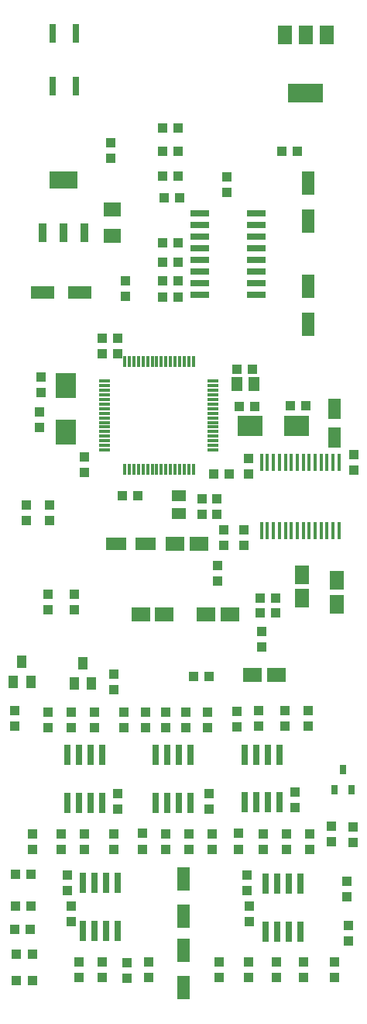
<source format=gtp>
G04 DipTrace 3.2.0.1*
G04 microburst_fixed_heatsink.GTP*
%MOIN*%
G04 #@! TF.FileFunction,Paste,Top*
G04 #@! TF.Part,Single*
%AMOUTLINE0*
4,1,4,
0.03937,0.029528,
-0.03937,0.029528,
-0.03937,-0.029528,
0.03937,-0.029528,
0.03937,0.029528,
0*%
%AMOUTLINE1*
4,1,4,
-0.043307,-0.027559,
0.043307,-0.027559,
0.043307,0.027559,
-0.043307,0.027559,
-0.043307,-0.027559,
0*%
%AMOUTLINE2*
4,1,4,
0.027559,-0.043307,
0.027559,0.043307,
-0.027559,0.043307,
-0.027559,-0.043307,
0.027559,-0.043307,
0*%
%AMOUTLINE3*
4,1,4,
-0.029528,0.03937,
-0.029528,-0.03937,
0.029528,-0.03937,
0.029528,0.03937,
-0.029528,0.03937,
0*%
%AMOUTLINE4*
4,1,4,
-0.03937,-0.029528,
0.03937,-0.029528,
0.03937,0.029528,
-0.03937,0.029528,
-0.03937,-0.029528,
0*%
%AMOUTLINE5*
4,1,4,
0.04,-0.013,
0.04,0.013,
-0.04,0.013,
-0.04,-0.013,
0.04,-0.013,
0*%
%AMOUTLINE6*
4,1,4,
-0.011811,-0.043307,
0.011811,-0.043307,
0.011811,0.043307,
-0.011811,0.043307,
-0.011811,-0.043307,
0*%
%AMOUTLINE7*
4,1,4,
0.023622,-0.005906,
0.023622,0.005906,
-0.023622,0.005906,
-0.023622,-0.005906,
0.023622,-0.005906,
0*%
%AMOUTLINE8*
4,1,4,
0.005906,0.023622,
-0.005906,0.023622,
-0.005906,-0.023622,
0.005906,-0.023622,
0.005906,0.023622,
0*%
%AMOUTLINE9*
4,1,4,
-0.023622,0.005906,
-0.023622,-0.005906,
0.023622,-0.005906,
0.023622,0.005906,
-0.023622,0.005906,
0*%
%AMOUTLINE10*
4,1,4,
-0.005906,-0.023622,
0.005906,-0.023622,
0.005906,0.023622,
-0.005906,0.023622,
-0.005906,-0.023622,
0*%
%AMOUTLINE11*
4,1,4,
0.01378,0.019685,
-0.01378,0.019685,
-0.01378,-0.019685,
0.01378,-0.019685,
0.01378,0.019685,
0*%
%AMOUTLINE12*
4,1,4,
-0.0295,-0.0395,
0.0295,-0.0395,
0.0295,0.0395,
-0.0295,0.0395,
-0.0295,-0.0395,
0*%
%AMOUTLINE13*
4,1,4,
-0.075,-0.0395,
0.075,-0.0395,
0.075,0.0395,
-0.075,0.0395,
-0.075,-0.0395,
0*%
%AMOUTLINE14*
4,1,4,
-0.0075,0.0375,
-0.0075,-0.0375,
0.0075,-0.0375,
0.0075,0.0375,
-0.0075,0.0375,
0*%
%AMOUTLINE17*
4,1,4,
0.019685,0.027559,
-0.019685,0.027559,
-0.019685,-0.027559,
0.019685,-0.027559,
0.019685,0.027559,
0*%
%AMOUTLINE18*
4,1,4,
0.035492,-0.031496,
0.035492,0.031496,
-0.035492,0.031496,
-0.035492,-0.031496,
0.035492,-0.031496,
0*%
%ADD25R,0.03937X0.043307*%
%ADD26R,0.043307X0.03937*%
%ADD27R,0.051181X0.059055*%
%ADD28R,0.059055X0.051181*%
%ADD34R,0.037402X0.084646*%
%ADD74R,0.11011X0.086488*%
%ADD76R,0.086488X0.11011*%
%ADD84R,0.119953X0.076646*%
%ADD88R,0.03137X0.078614*%
%ADD98R,0.102236X0.056961*%
%ADD100R,0.056961X0.102236*%
%ADD106OUTLINE0*%
%ADD107OUTLINE1*%
%ADD108OUTLINE2*%
%ADD109OUTLINE3*%
%ADD110OUTLINE4*%
%ADD111OUTLINE5*%
%ADD112OUTLINE6*%
%ADD113OUTLINE7*%
%ADD114OUTLINE8*%
%ADD115OUTLINE9*%
%ADD116OUTLINE10*%
%ADD117OUTLINE11*%
%ADD118OUTLINE12*%
%ADD119OUTLINE13*%
%ADD120OUTLINE14*%
%ADD123OUTLINE17*%
%ADD124OUTLINE18*%
%FSLAX26Y26*%
G04*
G70*
G90*
G75*
G01*
G04 TopPaste*
%LPD*%
D100*
X1167360Y499979D3*
Y661396D3*
D98*
X723609Y3487479D3*
X562192D3*
D25*
X854860Y4131228D3*
Y4064299D3*
D100*
X1704860Y3956228D3*
Y3794811D3*
D25*
X1354860Y3918728D3*
Y3985657D3*
X548609Y2974979D3*
Y2908050D3*
X554860Y3056230D3*
Y3123159D3*
X886109Y3224979D3*
Y3291908D3*
X642360Y1160657D3*
Y1093728D3*
X786109Y1618728D3*
Y1685657D3*
X1092360Y1093728D3*
Y1160657D3*
X1648609Y1274979D3*
Y1341908D3*
D100*
X1167360Y806228D3*
Y967646D3*
D26*
X1592360Y4093728D3*
X1659289D3*
D25*
X742360Y2781228D3*
Y2714299D3*
X1804860Y1193724D3*
Y1126795D3*
D26*
X971789Y2612479D3*
X904860D3*
X1398609Y3156228D3*
X1465538D3*
D27*
X1398806Y3093728D3*
X1473609D3*
D25*
X1492358Y1624979D3*
Y1691908D3*
X1511109Y1093728D3*
Y1160657D3*
X1092360Y1618728D3*
Y1685657D3*
X1279860Y1268728D3*
Y1335657D3*
D28*
X1148609Y2612478D3*
Y2537675D3*
D26*
X1298609Y2706228D3*
X1365538D3*
D25*
X1315144Y2314693D3*
Y2247764D3*
D100*
X1704860Y3512479D3*
Y3351062D3*
D106*
X1236110Y2406228D3*
X1133748D3*
D25*
X1448609Y2706228D3*
Y2773157D3*
X1429860Y2468728D3*
Y2401799D3*
D107*
X879860Y2406228D3*
X1005844D3*
D25*
X886109Y1268728D3*
Y1335657D3*
D106*
X1086945Y2104478D3*
X984583D3*
D25*
X1900824Y2789693D3*
Y2722764D3*
D108*
X1817360Y2862479D3*
Y2988463D3*
D109*
X1679856Y2275024D3*
Y2172661D3*
D110*
X1265803Y2104478D3*
X1368165D3*
D25*
X683895Y785264D3*
Y852193D3*
X1450824Y785264D3*
Y852193D3*
D26*
X517360Y643728D3*
X450430D3*
D106*
X1567411Y1843730D3*
X1465049D3*
D25*
X925824Y541513D3*
Y608442D3*
X1567360Y543728D3*
Y610657D3*
D26*
X1498215Y2174063D3*
X1565144D3*
D25*
X1442360Y918728D3*
Y985657D3*
X667360Y918728D3*
Y985657D3*
D26*
X1475824Y2997764D3*
X1408895D3*
X1629858Y2999979D3*
X1696787D3*
D109*
X1828673Y2251160D3*
Y2148798D3*
D25*
X1342360Y2468728D3*
Y2401799D3*
D88*
X704860Y4599782D3*
X604860D3*
Y4374979D3*
X704860D3*
D111*
X1240109Y3828978D3*
Y3778978D3*
Y3728978D3*
Y3678978D3*
Y3628978D3*
Y3578978D3*
Y3528978D3*
Y3478978D3*
X1482109D3*
Y3528978D3*
Y3578978D3*
Y3628978D3*
Y3678978D3*
Y3728978D3*
Y3778978D3*
Y3828978D3*
D34*
X560814Y3743648D3*
X651365D3*
X741916D3*
D84*
X651365Y3971995D3*
D112*
X817360Y1499978D3*
X767360D3*
X717360D3*
X667360D3*
Y1295253D3*
X717360D3*
X767360D3*
X817360D3*
X1583747Y1502341D3*
X1533747D3*
X1483747D3*
X1433747D3*
Y1297617D3*
X1483747D3*
X1533747D3*
X1583747D3*
D113*
X829860Y3106228D3*
Y3086543D3*
Y3066858D3*
Y3047173D3*
Y3027488D3*
Y3007803D3*
Y2988118D3*
Y2968433D3*
Y2948748D3*
Y2929063D3*
Y2909378D3*
Y2889693D3*
Y2870008D3*
Y2850323D3*
Y2830638D3*
Y2810953D3*
D114*
X915938Y2725874D3*
X935623D3*
X955308D3*
X974993D3*
X994678D3*
X1014364D3*
X1034049D3*
X1053734D3*
X1073419D3*
X1093104D3*
X1112789D3*
X1132474D3*
X1152159D3*
X1171844D3*
X1191529D3*
X1211214D3*
D115*
X1295293Y2810953D3*
Y2830638D3*
Y2850323D3*
Y2870008D3*
Y2889693D3*
Y2909378D3*
Y2929063D3*
Y2948748D3*
Y2968433D3*
Y2988118D3*
Y3007803D3*
Y3027488D3*
Y3047173D3*
Y3066858D3*
Y3086543D3*
Y3106228D3*
D116*
X1211214Y3192307D3*
X1191529D3*
X1171844D3*
X1152159D3*
X1132474D3*
X1112789D3*
X1093104D3*
X1073419D3*
X1053734D3*
X1034049D3*
X1014364D3*
X994678D3*
X974993D3*
X955308D3*
X935623D3*
X915938D3*
D117*
X1817360Y1349979D3*
X1892163D3*
X1854761Y1436593D3*
D118*
X1785685Y4593559D3*
X1695685D3*
X1605685D3*
D119*
X1696685Y4345559D3*
D120*
X1504860Y2462478D3*
X1530450D3*
X1556041D3*
X1581631D3*
X1607222D3*
X1632812D3*
X1658403D3*
X1683993D3*
X1709584D3*
X1735175D3*
X1760765D3*
X1786356D3*
X1811946D3*
X1837537D3*
Y2757927D3*
X1811946D3*
X1786356D3*
X1760765D3*
X1735175D3*
X1709584D3*
X1683993D3*
X1658403D3*
X1632812D3*
X1607222D3*
X1581631D3*
X1556041D3*
X1530450D3*
X1504860D3*
D112*
X1671247Y946091D3*
X1621247D3*
X1571247D3*
X1521247D3*
Y741366D3*
X1571247D3*
X1621247D3*
X1671247D3*
X886109Y949978D3*
X836109D3*
X786109D3*
X736109D3*
Y745253D3*
X786109D3*
X836109D3*
X886109D3*
X1198609Y1499978D3*
X1148609D3*
X1098609D3*
X1048609D3*
Y1295253D3*
X1098609D3*
X1148609D3*
X1198609D3*
D123*
X436110Y1812479D3*
X473512Y1899093D3*
X510913Y1812479D3*
X698610Y1806228D3*
X736012Y1892843D3*
X773413Y1806228D3*
D76*
X661109Y2887479D3*
Y3087106D3*
D74*
X1454860Y2912479D3*
X1654487D3*
D25*
X586109Y2124979D3*
Y2191908D3*
X698609Y2124979D3*
Y2191908D3*
D26*
X1079860Y3537479D3*
X1146789D3*
X1079860Y3468728D3*
X1146789D3*
X1079860Y3618728D3*
X1146789D3*
X1079860Y3699979D3*
X1146789D3*
X1086109Y3893728D3*
X1153038D3*
X1079860Y3987479D3*
X1146789D3*
X1079860Y4093728D3*
X1146789D3*
X1079860Y4193728D3*
X1146789D3*
D124*
X861109Y3843728D3*
Y3731760D3*
D25*
X442360Y1624979D3*
Y1691908D3*
X917360Y3537479D3*
Y3470550D3*
X492360Y2506228D3*
Y2573157D3*
X867360Y1848157D3*
Y1781228D3*
X592360Y2506228D3*
Y2573157D3*
X817360Y3291908D3*
Y3224979D3*
X686108Y1618728D3*
Y1685657D3*
X586106Y1618728D3*
Y1685657D3*
X1292360Y1093728D3*
Y1160657D3*
X1192360Y1093728D3*
Y1160657D3*
X911109Y1685657D3*
Y1618728D3*
X992360Y1162478D3*
Y1095549D3*
X742360Y1093728D3*
Y1160657D3*
X517360D3*
Y1093728D3*
X867360Y1160657D3*
Y1093728D3*
X1898609Y1124975D3*
Y1191904D3*
X1179860Y1685657D3*
Y1618728D3*
X1273610D3*
Y1685657D3*
X1004860Y1618728D3*
Y1685657D3*
X1398609Y1687478D3*
Y1620549D3*
X1404860Y1162478D3*
Y1095549D3*
X1704860Y1624979D3*
Y1691908D3*
X1711109Y1093728D3*
Y1160657D3*
X1604860Y1624979D3*
Y1691908D3*
X1611109Y1093728D3*
Y1160657D3*
X1248610Y2599979D3*
Y2533050D3*
X1311109Y2599979D3*
Y2533050D3*
X1873609Y956228D3*
Y889299D3*
X1879860Y768728D3*
Y701799D3*
X817360Y610657D3*
Y543728D3*
D26*
X442360Y749978D3*
X509289D3*
X1211109Y1837479D3*
X1278038D3*
X511110Y849979D3*
X444181D3*
D25*
X1017360Y543728D3*
Y610657D3*
X1686109Y543728D3*
Y610657D3*
X1817360D3*
Y543728D3*
X1504860Y2029408D3*
Y1962479D3*
D26*
X1565144Y2111570D3*
X1498215D3*
D25*
X1323609Y543728D3*
Y610657D3*
X1448609D3*
Y543728D3*
D26*
X511110Y987478D3*
X444181D3*
X517360Y531228D3*
X450430D3*
D25*
X717360Y543728D3*
Y610657D3*
M02*

</source>
